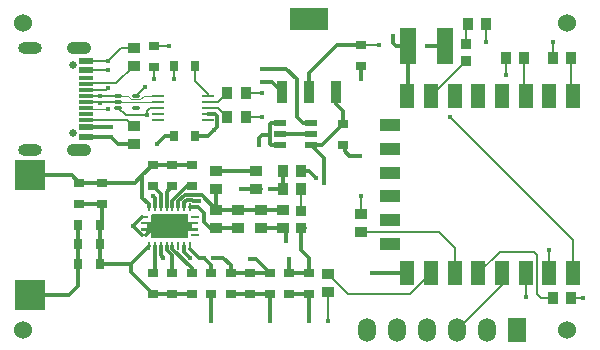
<source format=gtl>
G04 Layer_Physical_Order=1*
G04 Layer_Color=255*
%FSLAX25Y25*%
%MOIN*%
G70*
G01*
G75*
%ADD10R,0.03937X0.00984*%
%ADD11R,0.03937X0.03740*%
%ADD12R,0.03543X0.02756*%
%ADD13R,0.03740X0.03937*%
%ADD14R,0.03740X0.03740*%
%ADD15R,0.05276X0.11890*%
%ADD16R,0.12598X0.07283*%
%ADD17R,0.03543X0.07283*%
%ADD18R,0.04028X0.02197*%
G04:AMPARAMS|DCode=19|XSize=80.71mil|YSize=120.08mil|CornerRadius=2.02mil|HoleSize=0mil|Usage=FLASHONLY|Rotation=90.000|XOffset=0mil|YOffset=0mil|HoleType=Round|Shape=RoundedRectangle|*
%AMROUNDEDRECTD19*
21,1,0.08071,0.11604,0,0,90.0*
21,1,0.07667,0.12008,0,0,90.0*
1,1,0.00404,0.05802,0.03834*
1,1,0.00404,0.05802,-0.03834*
1,1,0.00404,-0.05802,-0.03834*
1,1,0.00404,-0.05802,0.03834*
%
%ADD19ROUNDEDRECTD19*%
G04:AMPARAMS|DCode=20|XSize=23.62mil|YSize=9.45mil|CornerRadius=1.98mil|HoleSize=0mil|Usage=FLASHONLY|Rotation=90.000|XOffset=0mil|YOffset=0mil|HoleType=Round|Shape=RoundedRectangle|*
%AMROUNDEDRECTD20*
21,1,0.02362,0.00548,0,0,90.0*
21,1,0.01965,0.00945,0,0,90.0*
1,1,0.00397,0.00274,0.00983*
1,1,0.00397,0.00274,-0.00983*
1,1,0.00397,-0.00274,-0.00983*
1,1,0.00397,-0.00274,0.00983*
%
%ADD20ROUNDEDRECTD20*%
G04:AMPARAMS|DCode=21|XSize=9.45mil|YSize=23.62mil|CornerRadius=1.98mil|HoleSize=0mil|Usage=FLASHONLY|Rotation=90.000|XOffset=0mil|YOffset=0mil|HoleType=Round|Shape=RoundedRectangle|*
%AMROUNDEDRECTD21*
21,1,0.00945,0.01965,0,0,90.0*
21,1,0.00548,0.02362,0,0,90.0*
1,1,0.00397,0.00983,0.00274*
1,1,0.00397,0.00983,-0.00274*
1,1,0.00397,-0.00983,-0.00274*
1,1,0.00397,-0.00983,0.00274*
%
%ADD21ROUNDEDRECTD21*%
%ADD22R,0.02756X0.03543*%
%ADD23R,0.04724X0.07874*%
%ADD24R,0.06693X0.04331*%
%ADD25R,0.04528X0.01181*%
%ADD26R,0.04528X0.02362*%
G04:AMPARAMS|DCode=27|XSize=25.98mil|YSize=11.81mil|CornerRadius=1.48mil|HoleSize=0mil|Usage=FLASHONLY|Rotation=0.000|XOffset=0mil|YOffset=0mil|HoleType=Round|Shape=RoundedRectangle|*
%AMROUNDEDRECTD27*
21,1,0.02598,0.00886,0,0,0.0*
21,1,0.02303,0.01181,0,0,0.0*
1,1,0.00295,0.01152,-0.00443*
1,1,0.00295,-0.01152,-0.00443*
1,1,0.00295,-0.01152,0.00443*
1,1,0.00295,0.01152,0.00443*
%
%ADD27ROUNDEDRECTD27*%
%ADD28C,0.00591*%
%ADD29C,0.00400*%
%ADD30C,0.01181*%
%ADD31R,0.05905X0.07874*%
%ADD32O,0.05905X0.07874*%
%ADD33C,0.01181*%
%ADD34R,0.10000X0.10000*%
%ADD35C,0.06000*%
%ADD36C,0.02559*%
%ADD37O,0.08268X0.04134*%
%ADD38O,0.07874X0.03937*%
%ADD39C,0.01772*%
G36*
X62428Y46531D02*
X62438Y46530D01*
X62448Y46529D01*
X62458Y46527D01*
X62468Y46525D01*
X62478Y46522D01*
X62488Y46518D01*
X62497Y46514D01*
X62507Y46510D01*
X62516Y46505D01*
X62524Y46500D01*
X62533Y46494D01*
X62541Y46488D01*
X62549Y46481D01*
X62556Y46474D01*
X62564Y46466D01*
X62570Y46459D01*
X62577Y46450D01*
X62582Y46442D01*
X62588Y46433D01*
X62593Y46424D01*
X62597Y46415D01*
X62601Y46405D01*
X62604Y46395D01*
X62608Y46386D01*
X62610Y46376D01*
X62612Y46365D01*
X62613Y46355D01*
X62614Y46345D01*
X62614Y46335D01*
Y43972D01*
X66059D01*
X66069Y43972D01*
X66080Y43971D01*
X66090Y43970D01*
X66100Y43968D01*
X66110Y43966D01*
X66120Y43963D01*
X66130Y43959D01*
X66139Y43955D01*
X66148Y43951D01*
X66158Y43946D01*
X66166Y43941D01*
X66175Y43935D01*
X66183Y43929D01*
X66191Y43922D01*
X66198Y43915D01*
X66205Y43907D01*
X66212Y43900D01*
X66218Y43891D01*
X66224Y43883D01*
X66229Y43874D01*
X66234Y43865D01*
X66239Y43856D01*
X66243Y43846D01*
X66246Y43836D01*
X66249Y43826D01*
X66252Y43817D01*
X66254Y43806D01*
X66255Y43796D01*
X66256Y43786D01*
X66256Y43776D01*
Y43382D01*
X66256Y43372D01*
X66255Y43361D01*
X66254Y43351D01*
X66252Y43341D01*
X66249Y43331D01*
X66246Y43321D01*
X66243Y43311D01*
X66239Y43302D01*
X66234Y43292D01*
X66229Y43284D01*
X66224Y43275D01*
X66218Y43266D01*
X66212Y43258D01*
X66205Y43250D01*
X66198Y43243D01*
X66191Y43236D01*
X66183Y43229D01*
X66175Y43223D01*
X66166Y43217D01*
X66158Y43211D01*
X66148Y43207D01*
X66139Y43202D01*
X66130Y43198D01*
X66120Y43195D01*
X66110Y43192D01*
X66100Y43189D01*
X66090Y43187D01*
X66080Y43186D01*
X66069Y43185D01*
X66059Y43185D01*
X64189D01*
Y41807D01*
X66059D01*
X66069Y41807D01*
X66080Y41806D01*
X66090Y41805D01*
X66100Y41803D01*
X66110Y41800D01*
X66120Y41797D01*
X66130Y41794D01*
X66139Y41790D01*
X66148Y41786D01*
X66158Y41781D01*
X66166Y41775D01*
X66175Y41769D01*
X66183Y41763D01*
X66191Y41756D01*
X66198Y41749D01*
X66205Y41742D01*
X66212Y41734D01*
X66218Y41726D01*
X66224Y41717D01*
X66229Y41709D01*
X66234Y41700D01*
X66239Y41690D01*
X66243Y41681D01*
X66246Y41671D01*
X66249Y41661D01*
X66252Y41651D01*
X66254Y41641D01*
X66255Y41631D01*
X66256Y41620D01*
X66256Y41610D01*
Y41216D01*
X66256Y41206D01*
X66255Y41196D01*
X66254Y41186D01*
X66252Y41176D01*
X66249Y41166D01*
X66246Y41156D01*
X66243Y41146D01*
X66239Y41137D01*
X66234Y41127D01*
X66229Y41118D01*
X66224Y41109D01*
X66218Y41101D01*
X66212Y41093D01*
X66205Y41085D01*
X66198Y41077D01*
X66191Y41070D01*
X66183Y41063D01*
X66175Y41057D01*
X66166Y41051D01*
X66158Y41046D01*
X66148Y41041D01*
X66139Y41037D01*
X66130Y41033D01*
X66120Y41029D01*
X66110Y41026D01*
X66100Y41024D01*
X66090Y41022D01*
X66080Y41021D01*
X66069Y41020D01*
X66059Y41020D01*
X62614D01*
Y38658D01*
X62614Y38647D01*
X62613Y38637D01*
X62612Y38627D01*
X62610Y38617D01*
X62608Y38607D01*
X62604Y38597D01*
X62601Y38587D01*
X62597Y38577D01*
X62593Y38568D01*
X62588Y38559D01*
X62582Y38550D01*
X62577Y38542D01*
X62570Y38534D01*
X62564Y38526D01*
X62556Y38518D01*
X62549Y38511D01*
X62541Y38504D01*
X62533Y38498D01*
X62524Y38492D01*
X62516Y38487D01*
X62507Y38482D01*
X62497Y38478D01*
X62488Y38474D01*
X62478Y38470D01*
X62468Y38467D01*
X62458Y38465D01*
X62448Y38463D01*
X62438Y38462D01*
X62428Y38461D01*
X62417Y38461D01*
X50803D01*
X50793Y38461D01*
X50783Y38462D01*
X50772Y38463D01*
X50762Y38465D01*
X50752Y38467D01*
X50742Y38470D01*
X50733Y38474D01*
X50723Y38478D01*
X50714Y38482D01*
X50705Y38487D01*
X50696Y38492D01*
X50687Y38498D01*
X50679Y38504D01*
X50671Y38511D01*
X50664Y38518D01*
X50657Y38526D01*
X50650Y38534D01*
X50644Y38542D01*
X50638Y38550D01*
X50633Y38559D01*
X50628Y38568D01*
X50623Y38577D01*
X50619Y38587D01*
X50616Y38597D01*
X50613Y38607D01*
X50611Y38617D01*
X50609Y38627D01*
X50607Y38637D01*
X50607Y38647D01*
X50606Y38658D01*
Y41020D01*
X47161D01*
X47151Y41020D01*
X47141Y41021D01*
X47131Y41022D01*
X47120Y41024D01*
X47111Y41026D01*
X47101Y41029D01*
X47091Y41033D01*
X47081Y41037D01*
X47072Y41041D01*
X47063Y41046D01*
X47054Y41051D01*
X47046Y41057D01*
X47038Y41063D01*
X47030Y41070D01*
X47022Y41077D01*
X47015Y41085D01*
X47008Y41093D01*
X47002Y41101D01*
X46996Y41109D01*
X46991Y41118D01*
X46986Y41127D01*
X46982Y41137D01*
X46978Y41146D01*
X46974Y41156D01*
X46971Y41166D01*
X46969Y41176D01*
X46967Y41186D01*
X46966Y41196D01*
X46965Y41206D01*
X46965Y41216D01*
Y41610D01*
X46965Y41620D01*
X46966Y41631D01*
X46967Y41641D01*
X46969Y41651D01*
X46971Y41661D01*
X46974Y41671D01*
X46978Y41681D01*
X46982Y41690D01*
X46986Y41700D01*
X46991Y41709D01*
X46996Y41717D01*
X47002Y41726D01*
X47008Y41734D01*
X47015Y41742D01*
X47022Y41749D01*
X47030Y41756D01*
X47038Y41763D01*
X47046Y41769D01*
X47054Y41775D01*
X47063Y41781D01*
X47072Y41786D01*
X47081Y41790D01*
X47091Y41794D01*
X47101Y41797D01*
X47111Y41800D01*
X47120Y41803D01*
X47131Y41805D01*
X47141Y41806D01*
X47151Y41807D01*
X47161Y41807D01*
X49031D01*
Y43185D01*
X47161D01*
X47151Y43185D01*
X47141Y43186D01*
X47131Y43187D01*
X47120Y43189D01*
X47111Y43192D01*
X47101Y43195D01*
X47091Y43198D01*
X47081Y43202D01*
X47072Y43207D01*
X47063Y43211D01*
X47054Y43217D01*
X47046Y43223D01*
X47038Y43229D01*
X47030Y43236D01*
X47022Y43243D01*
X47015Y43250D01*
X47008Y43258D01*
X47002Y43266D01*
X46996Y43275D01*
X46991Y43284D01*
X46986Y43292D01*
X46982Y43302D01*
X46978Y43311D01*
X46974Y43321D01*
X46971Y43331D01*
X46969Y43341D01*
X46967Y43351D01*
X46966Y43361D01*
X46965Y43372D01*
X46965Y43382D01*
Y43776D01*
X46965Y43786D01*
X46966Y43796D01*
X46967Y43806D01*
X46969Y43817D01*
X46971Y43826D01*
X46974Y43836D01*
X46978Y43846D01*
X46982Y43856D01*
X46986Y43865D01*
X46991Y43874D01*
X46996Y43883D01*
X47002Y43891D01*
X47008Y43900D01*
X47015Y43907D01*
X47022Y43915D01*
X47030Y43922D01*
X47038Y43929D01*
X47046Y43935D01*
X47054Y43941D01*
X47063Y43946D01*
X47072Y43951D01*
X47081Y43955D01*
X47091Y43959D01*
X47101Y43963D01*
X47111Y43966D01*
X47120Y43968D01*
X47131Y43970D01*
X47141Y43971D01*
X47151Y43972D01*
X47161Y43972D01*
X50606D01*
Y46335D01*
X50607Y46345D01*
X50607Y46355D01*
X50609Y46365D01*
X50611Y46376D01*
X50613Y46386D01*
X50616Y46395D01*
X50619Y46405D01*
X50623Y46415D01*
X50628Y46424D01*
X50633Y46433D01*
X50638Y46442D01*
X50644Y46450D01*
X50650Y46459D01*
X50657Y46466D01*
X50664Y46474D01*
X50671Y46481D01*
X50679Y46488D01*
X50687Y46494D01*
X50696Y46500D01*
X50705Y46505D01*
X50714Y46510D01*
X50723Y46514D01*
X50733Y46518D01*
X50742Y46522D01*
X50752Y46525D01*
X50762Y46527D01*
X50772Y46529D01*
X50783Y46530D01*
X50793Y46531D01*
X50803Y46532D01*
X62417D01*
X62428Y46531D01*
D02*
G37*
D10*
X52681Y85937D02*
D03*
Y83969D02*
D03*
Y82000D02*
D03*
Y80032D02*
D03*
Y78063D02*
D03*
X69319D02*
D03*
Y80032D02*
D03*
Y82000D02*
D03*
Y83969D02*
D03*
Y85937D02*
D03*
D11*
X120500Y46551D02*
D03*
Y40449D02*
D03*
X109500Y26551D02*
D03*
Y20449D02*
D03*
X85500Y54949D02*
D03*
Y61051D02*
D03*
X72197D02*
D03*
Y54949D02*
D03*
X94500Y48051D02*
D03*
Y41949D02*
D03*
X87000Y48051D02*
D03*
Y41949D02*
D03*
X79500D02*
D03*
Y48051D02*
D03*
X72197Y41949D02*
D03*
Y48051D02*
D03*
X44626Y76051D02*
D03*
Y69949D02*
D03*
X44626Y95949D02*
D03*
Y102051D02*
D03*
D12*
X51500Y102543D02*
D03*
Y95457D02*
D03*
X120500Y95957D02*
D03*
Y103043D02*
D03*
X114500Y69457D02*
D03*
Y76543D02*
D03*
X103000Y19957D02*
D03*
Y27043D02*
D03*
X96500Y19957D02*
D03*
Y27043D02*
D03*
X90000Y19957D02*
D03*
Y27043D02*
D03*
X83500Y20000D02*
D03*
Y27087D02*
D03*
X77000Y20000D02*
D03*
Y27087D02*
D03*
X70500Y19957D02*
D03*
Y27043D02*
D03*
X57500Y55957D02*
D03*
Y63043D02*
D03*
Y27043D02*
D03*
Y19957D02*
D03*
X51000Y55957D02*
D03*
Y63043D02*
D03*
X51000Y27043D02*
D03*
Y19957D02*
D03*
X64000Y55957D02*
D03*
Y63043D02*
D03*
Y27043D02*
D03*
Y19957D02*
D03*
X34000Y57087D02*
D03*
Y50000D02*
D03*
X26500Y57087D02*
D03*
Y50000D02*
D03*
D13*
X162051Y110000D02*
D03*
X155949D02*
D03*
X190551Y18500D02*
D03*
X184449D02*
D03*
X168717Y98500D02*
D03*
X174819D02*
D03*
X184449D02*
D03*
X190551D02*
D03*
X94449Y61000D02*
D03*
X100551D02*
D03*
Y55000D02*
D03*
X94449D02*
D03*
X82000Y87000D02*
D03*
X75898D02*
D03*
X82000Y79000D02*
D03*
X75898D02*
D03*
D14*
X155500Y103354D02*
D03*
Y97646D02*
D03*
X100551Y47500D02*
D03*
Y41791D02*
D03*
D15*
X148343Y102500D02*
D03*
X136216D02*
D03*
D16*
X103000Y111705D02*
D03*
D17*
X112055Y87295D02*
D03*
X103000D02*
D03*
X93945D02*
D03*
D18*
X93313Y76987D02*
D03*
Y73247D02*
D03*
Y69507D02*
D03*
X103841D02*
D03*
Y73247D02*
D03*
Y76987D02*
D03*
D19*
X56610Y42496D02*
D03*
D20*
X49720Y48992D02*
D03*
X51689D02*
D03*
X53658D02*
D03*
X63500D02*
D03*
X61532D02*
D03*
X59563D02*
D03*
X57595D02*
D03*
X55626D02*
D03*
X49720Y36000D02*
D03*
X51689D02*
D03*
X53658D02*
D03*
X63500D02*
D03*
X61532D02*
D03*
X59563D02*
D03*
X57595D02*
D03*
X55626D02*
D03*
D21*
X65075Y45449D02*
D03*
Y39543D02*
D03*
X48146Y45449D02*
D03*
Y39543D02*
D03*
D22*
X33291Y30000D02*
D03*
X26205D02*
D03*
X33291Y36500D02*
D03*
X26205D02*
D03*
X33291Y43000D02*
D03*
X26205D02*
D03*
X57957Y72500D02*
D03*
X65043D02*
D03*
X57957Y96000D02*
D03*
X65043D02*
D03*
D23*
X191059Y85967D02*
D03*
X183185D02*
D03*
X175311D02*
D03*
X167437D02*
D03*
X159563D02*
D03*
X151689D02*
D03*
X143815D02*
D03*
X135941D02*
D03*
Y26912D02*
D03*
X143815D02*
D03*
X151689D02*
D03*
X159563D02*
D03*
X167437D02*
D03*
X175311D02*
D03*
X183185D02*
D03*
X191059D02*
D03*
D24*
X130035Y76124D02*
D03*
Y68250D02*
D03*
Y60376D02*
D03*
Y52502D02*
D03*
Y44628D02*
D03*
Y36754D02*
D03*
D25*
X28721Y91890D02*
D03*
Y89921D02*
D03*
Y87953D02*
D03*
Y78110D02*
D03*
Y80079D02*
D03*
Y82047D02*
D03*
Y85984D02*
D03*
Y84016D02*
D03*
D26*
Y75551D02*
D03*
Y94449D02*
D03*
Y72402D02*
D03*
Y97598D02*
D03*
D27*
X45394Y85984D02*
D03*
Y82047D02*
D03*
X39606D02*
D03*
Y84016D02*
D03*
Y85984D02*
D03*
D28*
X35949Y94449D02*
X36000Y94500D01*
X69319Y85937D02*
Y86531D01*
X33516Y85984D02*
X39606D01*
X33500Y86000D02*
X33516Y85984D01*
X31184D02*
X31200Y86000D01*
X33500D01*
X28721Y85984D02*
X31184D01*
X35453Y87953D02*
X36000Y88500D01*
X33500Y83500D02*
X34016Y84016D01*
X39606D01*
X28721Y87953D02*
X35453D01*
X28721Y84016D02*
X32984D01*
X33500Y83500D01*
X50000Y82000D02*
X52681D01*
X69319Y83969D02*
X72866D01*
X75898Y87000D01*
X69319Y82000D02*
X72898D01*
X49000Y81000D02*
X50000Y82000D01*
X42154Y79500D02*
X49000D01*
Y81000D01*
X36051Y97598D02*
X40504Y102051D01*
X51500Y102543D02*
X56457D01*
X109500Y11000D02*
Y20449D01*
X94500Y41949D02*
X96000Y40449D01*
X48146Y39543D02*
X48638D01*
X120500Y40449D02*
X146551D01*
X136903Y20000D02*
X143815Y26912D01*
X65043Y90807D02*
X69319Y86531D01*
X65043Y90807D02*
Y96000D01*
X100551Y47500D02*
Y55000D01*
X143815Y85967D02*
X155494Y97646D01*
X38858Y90181D02*
X44626Y95949D01*
X190551Y86475D02*
X191059Y85967D01*
X190551Y86475D02*
Y98500D01*
X174819Y86459D02*
X175311Y85967D01*
X174819Y86459D02*
Y98500D01*
X120500Y46551D02*
Y52502D01*
X168717Y93000D02*
Y98500D01*
X184449D02*
Y104000D01*
X155500Y103354D02*
Y109551D01*
X155949Y110000D01*
X42567Y78110D02*
X44626Y76051D01*
X183185Y26912D02*
Y34685D01*
X191059Y26912D02*
Y37941D01*
X47449Y45449D02*
X48146D01*
X47457Y39543D02*
X48146D01*
X40504Y102051D02*
X44626D01*
X57957Y91543D02*
Y96000D01*
X109008Y19957D02*
X109500Y20449D01*
X162051Y104000D02*
Y110000D01*
X51500Y92090D02*
Y95457D01*
X69457Y27043D02*
X70500D01*
X175311Y19000D02*
Y26912D01*
X167437Y22862D02*
Y26912D01*
X72898Y82000D02*
X75898Y79000D01*
X180500Y18500D02*
X184449D01*
X151689Y26912D02*
Y35311D01*
X48409Y89000D02*
X48500D01*
X45394Y85984D02*
X48409Y89000D01*
X120500Y103043D02*
X126457D01*
X150000Y79000D02*
X191059Y37941D01*
X116051Y20000D02*
X136903D01*
X114500Y69457D02*
X115000Y68957D01*
X56457Y102543D02*
X56500Y102500D01*
X57957Y91543D02*
X58000Y91500D01*
X85500Y61051D02*
X87000D01*
X28721Y97598D02*
X36051D01*
X28721Y94449D02*
X35949D01*
X44626Y102051D02*
X45118Y102543D01*
X36949Y75551D02*
X37000Y75500D01*
X89957Y20000D02*
X90000Y19957D01*
X76957D02*
X77000Y20000D01*
X135941Y85967D02*
X136216Y86243D01*
X155494Y97646D02*
X155500D01*
X39606Y82047D02*
X42154Y79500D01*
X190551Y18500D02*
X194500D01*
X179000Y20000D02*
X180500Y18500D01*
X179000Y20000D02*
Y33000D01*
X178000Y34000D02*
X179000Y33000D01*
X166651Y34000D02*
X178000D01*
X159563Y26912D02*
X166651Y34000D01*
X146551Y40449D02*
X151689Y35311D01*
X120500Y46551D02*
X122051D01*
X109500Y26551D02*
X116051Y20000D01*
X82000Y87000D02*
X87500D01*
X82000Y79000D02*
X87500D01*
X51000Y27043D02*
X51689Y27732D01*
X28980Y90181D02*
X38858D01*
X28721Y89921D02*
X28980Y90181D01*
X28721Y78110D02*
X42567D01*
X152575Y8000D02*
X167437Y22862D01*
D29*
X29283Y81484D02*
X36000D01*
X28721Y82047D02*
X29283Y81484D01*
X42742Y85984D02*
X43932Y84794D01*
X46855D02*
X47998Y85937D01*
X47208Y84016D02*
X50465D01*
X47186Y83994D02*
X47208Y84016D01*
X43601Y83994D02*
X47186D01*
X43579Y84016D02*
X43601Y83994D01*
X43932Y84794D02*
X46855D01*
X47998Y85937D02*
X52681D01*
X39606Y85984D02*
X42742D01*
X50512Y83969D02*
X52681D01*
X50465Y84016D02*
X50512Y83969D01*
X39606Y84016D02*
X43579D01*
D30*
X69319Y80032D02*
X71905D01*
X72197Y41949D02*
X79500D01*
X93313Y73247D02*
X103841D01*
X10000Y19500D02*
X23000D01*
X26205Y30000D02*
Y36500D01*
X83500Y27087D02*
X89957D01*
X77000D02*
X83500D01*
X87000Y48051D02*
X94500D01*
X79500D02*
X87000D01*
X72197D02*
X79500D01*
X37000Y72402D02*
X39453Y69949D01*
X90000Y11000D02*
Y19957D01*
X77000Y20000D02*
X83500D01*
X89957D01*
X96500Y19957D02*
X103000D01*
Y11000D02*
Y19957D01*
X72197Y61051D02*
X85500D01*
X33291Y30000D02*
X43720D01*
X34000Y43709D02*
Y50000D01*
X43720Y27236D02*
Y30000D01*
X57500Y19957D02*
X64000D01*
X33291Y36500D02*
Y43000D01*
X10000Y59500D02*
X24087D01*
X34000Y57087D02*
X45043D01*
X57500Y63043D02*
X64000D01*
X26500Y57087D02*
X34000D01*
X51000Y63043D02*
X57500D01*
X57595Y48992D02*
Y51095D01*
X62457Y55957D02*
X64000D01*
X70051Y41949D02*
X72197D01*
X61532Y33968D02*
Y36000D01*
X90493Y69507D02*
X93313D01*
X90487Y76987D02*
X93313D01*
X53658Y32842D02*
Y36000D01*
X96500Y27043D02*
X103000D01*
X96500D02*
Y31500D01*
X100551Y34449D02*
Y41791D01*
X103000Y27043D02*
Y32000D01*
X112055Y83445D02*
Y87295D01*
X107464Y69507D02*
X114500Y76543D01*
Y81000D01*
X26205Y22705D02*
Y30000D01*
Y36500D02*
Y43000D01*
X51689Y27732D02*
Y36000D01*
Y48992D02*
Y51811D01*
X77000Y27087D02*
Y29500D01*
X85543Y31500D02*
X89957Y27087D01*
X80500Y55000D02*
X86949D01*
X53658Y48992D02*
Y53299D01*
X103000Y87295D02*
Y93500D01*
X112543Y103043D02*
X120500D01*
X136216Y86243D02*
Y102500D01*
X132000D02*
X136216D01*
X67295Y53000D02*
X72197Y48098D01*
X59563Y48992D02*
Y50827D01*
X72197Y48098D02*
Y54949D01*
X39453Y69949D02*
X44626D01*
X48638Y39543D02*
X51591Y42496D01*
X55000Y72500D02*
X57957D01*
X70500Y11000D02*
Y19957D01*
X124000Y26912D02*
X135941D01*
X87000Y41949D02*
X94500D01*
X90740Y90500D02*
X93945Y87295D01*
X120500Y91500D02*
Y95957D01*
X142500Y102500D02*
X148343D01*
X70500Y27043D02*
Y29500D01*
X101013Y76987D02*
X103841D01*
X57500Y27043D02*
Y32889D01*
X55626Y34763D02*
Y36000D01*
X33291Y30000D02*
Y36500D01*
X26500Y50000D02*
X34000D01*
X43720Y27236D02*
X51000Y19957D01*
X57500D01*
X43720Y30000D02*
X49720Y36000D01*
X55626Y48992D02*
Y54083D01*
X57500Y55957D01*
X24087Y59500D02*
X26500Y57087D01*
X49720Y48992D02*
Y49779D01*
X47500Y59543D02*
X51000Y63043D01*
X57595Y35030D02*
Y36000D01*
X64000Y27043D02*
Y28625D01*
X61532Y48992D02*
Y50532D01*
X94449Y55000D02*
Y61000D01*
X90000Y55000D02*
X94449D01*
X108000Y57500D02*
Y65348D01*
X131000Y103500D02*
Y106000D01*
Y103500D02*
X132000Y102500D01*
X87500Y90500D02*
X90740D01*
X95500Y37500D02*
Y39949D01*
X100551Y61000D02*
X103000D01*
X105500Y58500D01*
X103841Y69507D02*
X108000Y65348D01*
X86500Y69500D02*
Y72000D01*
X87500Y73000D01*
X90000D02*
Y76500D01*
Y70000D02*
Y73000D01*
X87500D02*
X90000D01*
X71500Y74500D02*
X72530Y75530D01*
Y79406D01*
X71905Y80032D02*
X72530Y79406D01*
X100551Y41791D02*
X101791D01*
X103841Y69507D02*
X107464D01*
X116500Y66000D02*
X120000D01*
X115000Y67500D02*
X116500Y66000D01*
X115000Y67500D02*
Y68957D01*
X63500Y35000D02*
X66500Y32000D01*
X68000D01*
X61532Y33968D02*
X63500Y32000D01*
X57595Y35030D02*
X64000Y28625D01*
X52500Y70000D02*
X55000Y72500D01*
X86949Y55000D02*
X87000Y54949D01*
X69500Y72500D02*
X71500Y74500D01*
X65043Y72500D02*
X69500D01*
X68000Y32000D02*
X70500Y29500D01*
X89957Y27087D02*
X90000Y27043D01*
X83500Y31500D02*
X85543D01*
X74500Y32000D02*
X77000Y29500D01*
X71000Y32000D02*
X74500D01*
X28721Y75551D02*
X36949D01*
X28721Y72402D02*
X37000D01*
X44500Y42500D02*
X47457Y39543D01*
X44500Y42500D02*
X47449Y45449D01*
X33291Y43000D02*
X34000Y43709D01*
X99013Y78987D02*
Y91500D01*
Y78987D02*
X101013Y76987D01*
X103000Y93500D02*
X112543Y103043D01*
X95500Y95000D02*
X99000Y91500D01*
X87500Y95000D02*
X95500D01*
X112055Y83445D02*
X114500Y81000D01*
X90000Y70000D02*
X90493Y69507D01*
X90000Y76500D02*
X90487Y76987D01*
X100551Y34449D02*
X103000Y32000D01*
X64011Y51419D02*
X64430Y51000D01*
X62419Y51419D02*
X64011D01*
X61532Y50532D02*
X62419Y51419D01*
X61736Y53000D02*
X67295D01*
X72197Y48051D02*
Y48098D01*
X64430Y51000D02*
X66500D01*
X59563Y50827D02*
X61736Y53000D01*
X53658Y32842D02*
X54500Y32000D01*
X55626Y34763D02*
X57500Y32889D01*
X51000Y52500D02*
X51689Y51811D01*
X72197Y48051D02*
X72197Y48051D01*
X68000Y44000D02*
X70051Y41949D01*
X68000Y44000D02*
Y47000D01*
X66000Y49000D02*
X68000Y47000D01*
X63508Y49000D02*
X66000D01*
X63500Y48992D02*
X63508Y49000D01*
X57595Y51095D02*
X62457Y55957D01*
X51000D02*
X53658Y53299D01*
X23000Y19500D02*
X26205Y22705D01*
X45043Y57087D02*
X47500Y59543D01*
Y52000D02*
Y59543D01*
Y52000D02*
X49720Y49779D01*
D31*
X172575Y8000D02*
D03*
D32*
X162575D02*
D03*
X152575D02*
D03*
X142575D02*
D03*
X132575D02*
D03*
X122575D02*
D03*
D33*
X51591Y42496D02*
D03*
X61630D02*
D03*
X54543Y45547D02*
D03*
Y39445D02*
D03*
Y42496D02*
D03*
X58677Y45547D02*
D03*
Y39445D02*
D03*
Y42496D02*
D03*
D34*
X10000Y59500D02*
D03*
Y19500D02*
D03*
D35*
X7874Y110236D02*
D03*
Y7874D02*
D03*
X188976D02*
D03*
Y110236D02*
D03*
D36*
X24488Y96378D02*
D03*
Y73622D02*
D03*
D37*
X26457Y67992D02*
D03*
Y102008D02*
D03*
D38*
X10000Y67992D02*
D03*
Y102008D02*
D03*
D39*
X36000Y81484D02*
D03*
X33500Y86000D02*
D03*
X36000Y88500D02*
D03*
X33500Y83500D02*
D03*
X49000Y79500D02*
D03*
X51500Y91500D02*
D03*
X48500Y89000D02*
D03*
X108000Y57000D02*
D03*
X131000Y106000D02*
D03*
X126457Y103043D02*
D03*
X87500Y90500D02*
D03*
X95500Y37500D02*
D03*
X105500Y58500D02*
D03*
X150000Y79000D02*
D03*
X183185Y34685D02*
D03*
X86500Y69500D02*
D03*
X103000Y11000D02*
D03*
X90000D02*
D03*
X120500Y91500D02*
D03*
X120000Y66000D02*
D03*
X56500Y102500D02*
D03*
X63500Y32000D02*
D03*
X52500Y70000D02*
D03*
X58000Y91500D02*
D03*
X70500Y11000D02*
D03*
X90000Y55000D02*
D03*
X80500D02*
D03*
X71500Y74500D02*
D03*
X36051Y97598D02*
D03*
X36000Y94449D02*
D03*
X68000Y32000D02*
D03*
X83500Y31500D02*
D03*
X37000Y72402D02*
D03*
Y75500D02*
D03*
X142500Y102500D02*
D03*
X162051Y104000D02*
D03*
X184449D02*
D03*
X168717Y93000D02*
D03*
X120500Y52502D02*
D03*
X44500Y42500D02*
D03*
X124000Y26912D02*
D03*
X109500Y11000D02*
D03*
X194500Y18500D02*
D03*
X175311Y19000D02*
D03*
X87500Y95000D02*
D03*
Y87000D02*
D03*
Y79000D02*
D03*
X96500Y31500D02*
D03*
X66500Y51000D02*
D03*
X54500Y32000D02*
D03*
X71000D02*
D03*
X51000Y52500D02*
D03*
M02*

</source>
